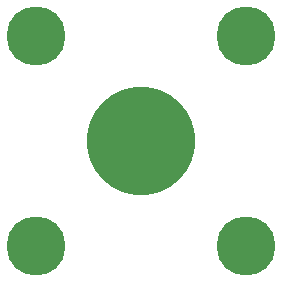
<source format=gbr>
%TF.GenerationSoftware,KiCad,Pcbnew,(5.1.9)-1*%
%TF.CreationDate,2022-07-15T12:13:21-04:00*%
%TF.ProjectId,X-Band_EPR_LGR_BOTTOM,582d4261-6e64-45f4-9550-525f4c47525f,1.0*%
%TF.SameCoordinates,Original*%
%TF.FileFunction,Copper,L2,Bot*%
%TF.FilePolarity,Positive*%
%FSLAX46Y46*%
G04 Gerber Fmt 4.6, Leading zero omitted, Abs format (unit mm)*
G04 Created by KiCad (PCBNEW (5.1.9)-1) date 2022-07-15 12:13:21*
%MOMM*%
%LPD*%
G01*
G04 APERTURE LIST*
%TA.AperFunction,ComponentPad*%
%ADD10C,5.000000*%
%TD*%
%TA.AperFunction,ComponentPad*%
%ADD11C,9.200000*%
%TD*%
G04 APERTURE END LIST*
D10*
%TO.P,H2,1*%
%TO.N,GND*%
X108890000Y-108890000D03*
%TD*%
%TO.P,H3,1*%
%TO.N,GND*%
X108890000Y-91110000D03*
%TD*%
%TO.P,H4,1*%
%TO.N,GND*%
X91110000Y-108890000D03*
%TD*%
%TO.P,H5,1*%
%TO.N,GND*%
X91110000Y-91110000D03*
%TD*%
D11*
%TO.P,H1,1*%
%TO.N,GND*%
X100000000Y-100000000D03*
%TD*%
M02*

</source>
